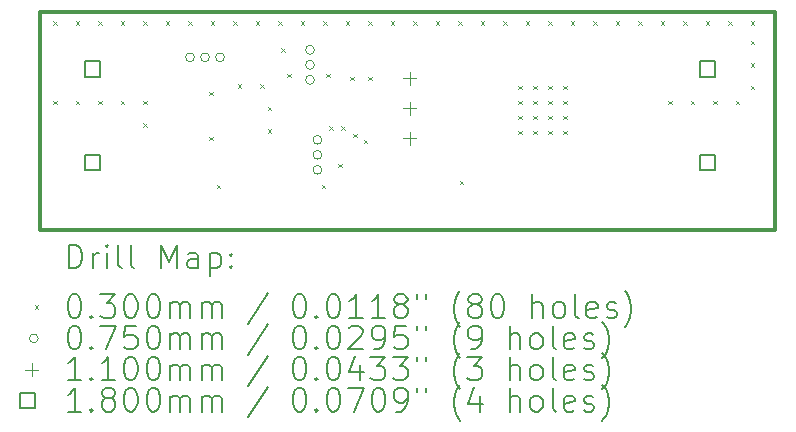
<source format=gbr>
%TF.GenerationSoftware,KiCad,Pcbnew,9.0.6*%
%TF.CreationDate,2025-11-17T11:05:30-05:00*%
%TF.ProjectId,vldo,766c646f-2e6b-4696-9361-645f70636258,0.1*%
%TF.SameCoordinates,Original*%
%TF.FileFunction,Drillmap*%
%TF.FilePolarity,Positive*%
%FSLAX45Y45*%
G04 Gerber Fmt 4.5, Leading zero omitted, Abs format (unit mm)*
G04 Created by KiCad (PCBNEW 9.0.6) date 2025-11-17 11:05:30*
%MOMM*%
%LPD*%
G01*
G04 APERTURE LIST*
%ADD10C,0.304800*%
%ADD11C,0.200000*%
%ADD12C,0.100000*%
%ADD13C,0.110000*%
%ADD14C,0.180000*%
G04 APERTURE END LIST*
D10*
X10731500Y-6858000D02*
X16954500Y-6858000D01*
X16954500Y-8699500D01*
X10731500Y-8699500D01*
X10731500Y-6858000D01*
D11*
D12*
X10843500Y-6931900D02*
X10873500Y-6961900D01*
X10873500Y-6931900D02*
X10843500Y-6961900D01*
X10843500Y-7605000D02*
X10873500Y-7635000D01*
X10873500Y-7605000D02*
X10843500Y-7635000D01*
X11034000Y-6931900D02*
X11064000Y-6961900D01*
X11064000Y-6931900D02*
X11034000Y-6961900D01*
X11034000Y-7605000D02*
X11064000Y-7635000D01*
X11064000Y-7605000D02*
X11034000Y-7635000D01*
X11224500Y-6931900D02*
X11254500Y-6961900D01*
X11254500Y-6931900D02*
X11224500Y-6961900D01*
X11224500Y-7605000D02*
X11254500Y-7635000D01*
X11254500Y-7605000D02*
X11224500Y-7635000D01*
X11415000Y-6931900D02*
X11445000Y-6961900D01*
X11445000Y-6931900D02*
X11415000Y-6961900D01*
X11415000Y-7605000D02*
X11445000Y-7635000D01*
X11445000Y-7605000D02*
X11415000Y-7635000D01*
X11605500Y-6931900D02*
X11635500Y-6961900D01*
X11635500Y-6931900D02*
X11605500Y-6961900D01*
X11605500Y-7605000D02*
X11635500Y-7635000D01*
X11635500Y-7605000D02*
X11605500Y-7635000D01*
X11605500Y-7795500D02*
X11635500Y-7825500D01*
X11635500Y-7795500D02*
X11605500Y-7825500D01*
X11796000Y-6931900D02*
X11826000Y-6961900D01*
X11826000Y-6931900D02*
X11796000Y-6961900D01*
X11986500Y-6931900D02*
X12016500Y-6961900D01*
X12016500Y-6931900D02*
X11986500Y-6961900D01*
X12164300Y-7528800D02*
X12194300Y-7558800D01*
X12194300Y-7528800D02*
X12164300Y-7558800D01*
X12164300Y-7909800D02*
X12194300Y-7939800D01*
X12194300Y-7909800D02*
X12164300Y-7939800D01*
X12177000Y-6931900D02*
X12207000Y-6961900D01*
X12207000Y-6931900D02*
X12177000Y-6961900D01*
X12227800Y-8316200D02*
X12257800Y-8346200D01*
X12257800Y-8316200D02*
X12227800Y-8346200D01*
X12367500Y-6931900D02*
X12397500Y-6961900D01*
X12397500Y-6931900D02*
X12367500Y-6961900D01*
X12405600Y-7465300D02*
X12435600Y-7495300D01*
X12435600Y-7465300D02*
X12405600Y-7495300D01*
X12558000Y-6931900D02*
X12588000Y-6961900D01*
X12588000Y-6931900D02*
X12558000Y-6961900D01*
X12596100Y-7465300D02*
X12626100Y-7495300D01*
X12626100Y-7465300D02*
X12596100Y-7495300D01*
X12659600Y-7655800D02*
X12689600Y-7685800D01*
X12689600Y-7655800D02*
X12659600Y-7685800D01*
X12659600Y-7846300D02*
X12689600Y-7876300D01*
X12689600Y-7846300D02*
X12659600Y-7876300D01*
X12748500Y-6931900D02*
X12778500Y-6961900D01*
X12778500Y-6931900D02*
X12748500Y-6961900D01*
X12773900Y-7160500D02*
X12803900Y-7190500D01*
X12803900Y-7160500D02*
X12773900Y-7190500D01*
X12824700Y-7376400D02*
X12854700Y-7406400D01*
X12854700Y-7376400D02*
X12824700Y-7406400D01*
X12939000Y-6931900D02*
X12969000Y-6961900D01*
X12969000Y-6931900D02*
X12939000Y-6961900D01*
X13116800Y-8316200D02*
X13146800Y-8346200D01*
X13146800Y-8316200D02*
X13116800Y-8346200D01*
X13129500Y-6931900D02*
X13159500Y-6961900D01*
X13159500Y-6931900D02*
X13129500Y-6961900D01*
X13154900Y-7376400D02*
X13184900Y-7406400D01*
X13184900Y-7376400D02*
X13154900Y-7406400D01*
X13180300Y-7820900D02*
X13210300Y-7850900D01*
X13210300Y-7820900D02*
X13180300Y-7850900D01*
X13256500Y-8138400D02*
X13286500Y-8168400D01*
X13286500Y-8138400D02*
X13256500Y-8168400D01*
X13281900Y-7820900D02*
X13311900Y-7850900D01*
X13311900Y-7820900D02*
X13281900Y-7850900D01*
X13320000Y-6931900D02*
X13350000Y-6961900D01*
X13350000Y-6931900D02*
X13320000Y-6961900D01*
X13358100Y-7401800D02*
X13388100Y-7431800D01*
X13388100Y-7401800D02*
X13358100Y-7431800D01*
X13384254Y-7885154D02*
X13414254Y-7915154D01*
X13414254Y-7885154D02*
X13384254Y-7915154D01*
X13472400Y-7935200D02*
X13502400Y-7965200D01*
X13502400Y-7935200D02*
X13472400Y-7965200D01*
X13510500Y-6931900D02*
X13540500Y-6961900D01*
X13540500Y-6931900D02*
X13510500Y-6961900D01*
X13510500Y-7401800D02*
X13540500Y-7431800D01*
X13540500Y-7401800D02*
X13510500Y-7431800D01*
X13701000Y-6931900D02*
X13731000Y-6961900D01*
X13731000Y-6931900D02*
X13701000Y-6961900D01*
X13891500Y-6931900D02*
X13921500Y-6961900D01*
X13921500Y-6931900D02*
X13891500Y-6961900D01*
X14082000Y-6931900D02*
X14112000Y-6961900D01*
X14112000Y-6931900D02*
X14082000Y-6961900D01*
X14272500Y-6931900D02*
X14302500Y-6961900D01*
X14302500Y-6931900D02*
X14272500Y-6961900D01*
X14285200Y-8284700D02*
X14315200Y-8314700D01*
X14315200Y-8284700D02*
X14285200Y-8314700D01*
X14463000Y-6931900D02*
X14493000Y-6961900D01*
X14493000Y-6931900D02*
X14463000Y-6961900D01*
X14653500Y-6931900D02*
X14683500Y-6961900D01*
X14683500Y-6931900D02*
X14653500Y-6961900D01*
X14780500Y-7478000D02*
X14810500Y-7508000D01*
X14810500Y-7478000D02*
X14780500Y-7508000D01*
X14780500Y-7605000D02*
X14810500Y-7635000D01*
X14810500Y-7605000D02*
X14780500Y-7635000D01*
X14780500Y-7732000D02*
X14810500Y-7762000D01*
X14810500Y-7732000D02*
X14780500Y-7762000D01*
X14780500Y-7859000D02*
X14810500Y-7889000D01*
X14810500Y-7859000D02*
X14780500Y-7889000D01*
X14844000Y-6931900D02*
X14874000Y-6961900D01*
X14874000Y-6931900D02*
X14844000Y-6961900D01*
X14907500Y-7478000D02*
X14937500Y-7508000D01*
X14937500Y-7478000D02*
X14907500Y-7508000D01*
X14907500Y-7605000D02*
X14937500Y-7635000D01*
X14937500Y-7605000D02*
X14907500Y-7635000D01*
X14907500Y-7732000D02*
X14937500Y-7762000D01*
X14937500Y-7732000D02*
X14907500Y-7762000D01*
X14907500Y-7859000D02*
X14937500Y-7889000D01*
X14937500Y-7859000D02*
X14907500Y-7889000D01*
X15034500Y-6931900D02*
X15064500Y-6961900D01*
X15064500Y-6931900D02*
X15034500Y-6961900D01*
X15034500Y-7478000D02*
X15064500Y-7508000D01*
X15064500Y-7478000D02*
X15034500Y-7508000D01*
X15034500Y-7605000D02*
X15064500Y-7635000D01*
X15064500Y-7605000D02*
X15034500Y-7635000D01*
X15034500Y-7732000D02*
X15064500Y-7762000D01*
X15064500Y-7732000D02*
X15034500Y-7762000D01*
X15034500Y-7859000D02*
X15064500Y-7889000D01*
X15064500Y-7859000D02*
X15034500Y-7889000D01*
X15161500Y-7478000D02*
X15191500Y-7508000D01*
X15191500Y-7478000D02*
X15161500Y-7508000D01*
X15161500Y-7605000D02*
X15191500Y-7635000D01*
X15191500Y-7605000D02*
X15161500Y-7635000D01*
X15161500Y-7732000D02*
X15191500Y-7762000D01*
X15191500Y-7732000D02*
X15161500Y-7762000D01*
X15161500Y-7859000D02*
X15191500Y-7889000D01*
X15191500Y-7859000D02*
X15161500Y-7889000D01*
X15225000Y-6931900D02*
X15255000Y-6961900D01*
X15255000Y-6931900D02*
X15225000Y-6961900D01*
X15415500Y-6931900D02*
X15445500Y-6961900D01*
X15445500Y-6931900D02*
X15415500Y-6961900D01*
X15606000Y-6931900D02*
X15636000Y-6961900D01*
X15636000Y-6931900D02*
X15606000Y-6961900D01*
X15796500Y-6931900D02*
X15826500Y-6961900D01*
X15826500Y-6931900D02*
X15796500Y-6961900D01*
X15987000Y-6931900D02*
X16017000Y-6961900D01*
X16017000Y-6931900D02*
X15987000Y-6961900D01*
X16050500Y-7605000D02*
X16080500Y-7635000D01*
X16080500Y-7605000D02*
X16050500Y-7635000D01*
X16177500Y-6931900D02*
X16207500Y-6961900D01*
X16207500Y-6931900D02*
X16177500Y-6961900D01*
X16241000Y-7605000D02*
X16271000Y-7635000D01*
X16271000Y-7605000D02*
X16241000Y-7635000D01*
X16368000Y-6931900D02*
X16398000Y-6961900D01*
X16398000Y-6931900D02*
X16368000Y-6961900D01*
X16431500Y-7605000D02*
X16461500Y-7635000D01*
X16461500Y-7605000D02*
X16431500Y-7635000D01*
X16558500Y-6931900D02*
X16588500Y-6961900D01*
X16588500Y-6931900D02*
X16558500Y-6961900D01*
X16622000Y-7605000D02*
X16652000Y-7635000D01*
X16652000Y-7605000D02*
X16622000Y-7635000D01*
X16749000Y-6931900D02*
X16779000Y-6961900D01*
X16779000Y-6931900D02*
X16749000Y-6961900D01*
X16749000Y-7097000D02*
X16779000Y-7127000D01*
X16779000Y-7097000D02*
X16749000Y-7127000D01*
X16749000Y-7287500D02*
X16779000Y-7317500D01*
X16779000Y-7287500D02*
X16749000Y-7317500D01*
X16749000Y-7478000D02*
X16779000Y-7508000D01*
X16779000Y-7478000D02*
X16749000Y-7508000D01*
X12039000Y-7239000D02*
G75*
G02*
X11964000Y-7239000I-37500J0D01*
G01*
X11964000Y-7239000D02*
G75*
G02*
X12039000Y-7239000I37500J0D01*
G01*
X12166000Y-7239000D02*
G75*
G02*
X12091000Y-7239000I-37500J0D01*
G01*
X12091000Y-7239000D02*
G75*
G02*
X12166000Y-7239000I37500J0D01*
G01*
X12293000Y-7239000D02*
G75*
G02*
X12218000Y-7239000I-37500J0D01*
G01*
X12218000Y-7239000D02*
G75*
G02*
X12293000Y-7239000I37500J0D01*
G01*
X13055000Y-7175500D02*
G75*
G02*
X12980000Y-7175500I-37500J0D01*
G01*
X12980000Y-7175500D02*
G75*
G02*
X13055000Y-7175500I37500J0D01*
G01*
X13055000Y-7302500D02*
G75*
G02*
X12980000Y-7302500I-37500J0D01*
G01*
X12980000Y-7302500D02*
G75*
G02*
X13055000Y-7302500I37500J0D01*
G01*
X13055000Y-7429500D02*
G75*
G02*
X12980000Y-7429500I-37500J0D01*
G01*
X12980000Y-7429500D02*
G75*
G02*
X13055000Y-7429500I37500J0D01*
G01*
X13118500Y-7937500D02*
G75*
G02*
X13043500Y-7937500I-37500J0D01*
G01*
X13043500Y-7937500D02*
G75*
G02*
X13118500Y-7937500I37500J0D01*
G01*
X13118500Y-8064500D02*
G75*
G02*
X13043500Y-8064500I-37500J0D01*
G01*
X13043500Y-8064500D02*
G75*
G02*
X13118500Y-8064500I37500J0D01*
G01*
X13118500Y-8191500D02*
G75*
G02*
X13043500Y-8191500I-37500J0D01*
G01*
X13043500Y-8191500D02*
G75*
G02*
X13118500Y-8191500I37500J0D01*
G01*
D13*
X13863475Y-7361800D02*
X13863475Y-7471800D01*
X13808475Y-7416800D02*
X13918475Y-7416800D01*
X13863475Y-7615800D02*
X13863475Y-7725800D01*
X13808475Y-7670800D02*
X13918475Y-7670800D01*
X13863475Y-7869800D02*
X13863475Y-7979800D01*
X13808475Y-7924800D02*
X13918475Y-7924800D01*
D14*
X11239640Y-7401640D02*
X11239640Y-7274360D01*
X11112360Y-7274360D01*
X11112360Y-7401640D01*
X11239640Y-7401640D01*
X11239640Y-8191640D02*
X11239640Y-8064360D01*
X11112360Y-8064360D01*
X11112360Y-8191640D01*
X11239640Y-8191640D01*
X16446640Y-7401640D02*
X16446640Y-7274360D01*
X16319360Y-7274360D01*
X16319360Y-7401640D01*
X16446640Y-7401640D01*
X16446640Y-8191640D02*
X16446640Y-8064360D01*
X16319360Y-8064360D01*
X16319360Y-8191640D01*
X16446640Y-8191640D01*
D11*
X10977037Y-9026224D02*
X10977037Y-8826224D01*
X10977037Y-8826224D02*
X11024656Y-8826224D01*
X11024656Y-8826224D02*
X11053227Y-8835748D01*
X11053227Y-8835748D02*
X11072275Y-8854795D01*
X11072275Y-8854795D02*
X11081799Y-8873843D01*
X11081799Y-8873843D02*
X11091323Y-8911938D01*
X11091323Y-8911938D02*
X11091323Y-8940510D01*
X11091323Y-8940510D02*
X11081799Y-8978605D01*
X11081799Y-8978605D02*
X11072275Y-8997652D01*
X11072275Y-8997652D02*
X11053227Y-9016700D01*
X11053227Y-9016700D02*
X11024656Y-9026224D01*
X11024656Y-9026224D02*
X10977037Y-9026224D01*
X11177037Y-9026224D02*
X11177037Y-8892890D01*
X11177037Y-8930986D02*
X11186561Y-8911938D01*
X11186561Y-8911938D02*
X11196084Y-8902414D01*
X11196084Y-8902414D02*
X11215132Y-8892890D01*
X11215132Y-8892890D02*
X11234180Y-8892890D01*
X11300846Y-9026224D02*
X11300846Y-8892890D01*
X11300846Y-8826224D02*
X11291322Y-8835748D01*
X11291322Y-8835748D02*
X11300846Y-8845271D01*
X11300846Y-8845271D02*
X11310370Y-8835748D01*
X11310370Y-8835748D02*
X11300846Y-8826224D01*
X11300846Y-8826224D02*
X11300846Y-8845271D01*
X11424656Y-9026224D02*
X11405608Y-9016700D01*
X11405608Y-9016700D02*
X11396084Y-8997652D01*
X11396084Y-8997652D02*
X11396084Y-8826224D01*
X11529418Y-9026224D02*
X11510370Y-9016700D01*
X11510370Y-9016700D02*
X11500846Y-8997652D01*
X11500846Y-8997652D02*
X11500846Y-8826224D01*
X11757989Y-9026224D02*
X11757989Y-8826224D01*
X11757989Y-8826224D02*
X11824656Y-8969081D01*
X11824656Y-8969081D02*
X11891322Y-8826224D01*
X11891322Y-8826224D02*
X11891322Y-9026224D01*
X12072275Y-9026224D02*
X12072275Y-8921462D01*
X12072275Y-8921462D02*
X12062751Y-8902414D01*
X12062751Y-8902414D02*
X12043703Y-8892890D01*
X12043703Y-8892890D02*
X12005608Y-8892890D01*
X12005608Y-8892890D02*
X11986561Y-8902414D01*
X12072275Y-9016700D02*
X12053227Y-9026224D01*
X12053227Y-9026224D02*
X12005608Y-9026224D01*
X12005608Y-9026224D02*
X11986561Y-9016700D01*
X11986561Y-9016700D02*
X11977037Y-8997652D01*
X11977037Y-8997652D02*
X11977037Y-8978605D01*
X11977037Y-8978605D02*
X11986561Y-8959557D01*
X11986561Y-8959557D02*
X12005608Y-8950033D01*
X12005608Y-8950033D02*
X12053227Y-8950033D01*
X12053227Y-8950033D02*
X12072275Y-8940510D01*
X12167513Y-8892890D02*
X12167513Y-9092890D01*
X12167513Y-8902414D02*
X12186561Y-8892890D01*
X12186561Y-8892890D02*
X12224656Y-8892890D01*
X12224656Y-8892890D02*
X12243703Y-8902414D01*
X12243703Y-8902414D02*
X12253227Y-8911938D01*
X12253227Y-8911938D02*
X12262751Y-8930986D01*
X12262751Y-8930986D02*
X12262751Y-8988129D01*
X12262751Y-8988129D02*
X12253227Y-9007176D01*
X12253227Y-9007176D02*
X12243703Y-9016700D01*
X12243703Y-9016700D02*
X12224656Y-9026224D01*
X12224656Y-9026224D02*
X12186561Y-9026224D01*
X12186561Y-9026224D02*
X12167513Y-9016700D01*
X12348465Y-9007176D02*
X12357989Y-9016700D01*
X12357989Y-9016700D02*
X12348465Y-9026224D01*
X12348465Y-9026224D02*
X12338942Y-9016700D01*
X12338942Y-9016700D02*
X12348465Y-9007176D01*
X12348465Y-9007176D02*
X12348465Y-9026224D01*
X12348465Y-8902414D02*
X12357989Y-8911938D01*
X12357989Y-8911938D02*
X12348465Y-8921462D01*
X12348465Y-8921462D02*
X12338942Y-8911938D01*
X12338942Y-8911938D02*
X12348465Y-8902414D01*
X12348465Y-8902414D02*
X12348465Y-8921462D01*
D12*
X10686260Y-9339740D02*
X10716260Y-9369740D01*
X10716260Y-9339740D02*
X10686260Y-9369740D01*
D11*
X11015132Y-9246224D02*
X11034180Y-9246224D01*
X11034180Y-9246224D02*
X11053227Y-9255748D01*
X11053227Y-9255748D02*
X11062751Y-9265271D01*
X11062751Y-9265271D02*
X11072275Y-9284319D01*
X11072275Y-9284319D02*
X11081799Y-9322414D01*
X11081799Y-9322414D02*
X11081799Y-9370033D01*
X11081799Y-9370033D02*
X11072275Y-9408129D01*
X11072275Y-9408129D02*
X11062751Y-9427176D01*
X11062751Y-9427176D02*
X11053227Y-9436700D01*
X11053227Y-9436700D02*
X11034180Y-9446224D01*
X11034180Y-9446224D02*
X11015132Y-9446224D01*
X11015132Y-9446224D02*
X10996084Y-9436700D01*
X10996084Y-9436700D02*
X10986561Y-9427176D01*
X10986561Y-9427176D02*
X10977037Y-9408129D01*
X10977037Y-9408129D02*
X10967513Y-9370033D01*
X10967513Y-9370033D02*
X10967513Y-9322414D01*
X10967513Y-9322414D02*
X10977037Y-9284319D01*
X10977037Y-9284319D02*
X10986561Y-9265271D01*
X10986561Y-9265271D02*
X10996084Y-9255748D01*
X10996084Y-9255748D02*
X11015132Y-9246224D01*
X11167513Y-9427176D02*
X11177037Y-9436700D01*
X11177037Y-9436700D02*
X11167513Y-9446224D01*
X11167513Y-9446224D02*
X11157989Y-9436700D01*
X11157989Y-9436700D02*
X11167513Y-9427176D01*
X11167513Y-9427176D02*
X11167513Y-9446224D01*
X11243703Y-9246224D02*
X11367513Y-9246224D01*
X11367513Y-9246224D02*
X11300846Y-9322414D01*
X11300846Y-9322414D02*
X11329418Y-9322414D01*
X11329418Y-9322414D02*
X11348465Y-9331938D01*
X11348465Y-9331938D02*
X11357989Y-9341462D01*
X11357989Y-9341462D02*
X11367513Y-9360510D01*
X11367513Y-9360510D02*
X11367513Y-9408129D01*
X11367513Y-9408129D02*
X11357989Y-9427176D01*
X11357989Y-9427176D02*
X11348465Y-9436700D01*
X11348465Y-9436700D02*
X11329418Y-9446224D01*
X11329418Y-9446224D02*
X11272275Y-9446224D01*
X11272275Y-9446224D02*
X11253227Y-9436700D01*
X11253227Y-9436700D02*
X11243703Y-9427176D01*
X11491322Y-9246224D02*
X11510370Y-9246224D01*
X11510370Y-9246224D02*
X11529418Y-9255748D01*
X11529418Y-9255748D02*
X11538942Y-9265271D01*
X11538942Y-9265271D02*
X11548465Y-9284319D01*
X11548465Y-9284319D02*
X11557989Y-9322414D01*
X11557989Y-9322414D02*
X11557989Y-9370033D01*
X11557989Y-9370033D02*
X11548465Y-9408129D01*
X11548465Y-9408129D02*
X11538942Y-9427176D01*
X11538942Y-9427176D02*
X11529418Y-9436700D01*
X11529418Y-9436700D02*
X11510370Y-9446224D01*
X11510370Y-9446224D02*
X11491322Y-9446224D01*
X11491322Y-9446224D02*
X11472275Y-9436700D01*
X11472275Y-9436700D02*
X11462751Y-9427176D01*
X11462751Y-9427176D02*
X11453227Y-9408129D01*
X11453227Y-9408129D02*
X11443703Y-9370033D01*
X11443703Y-9370033D02*
X11443703Y-9322414D01*
X11443703Y-9322414D02*
X11453227Y-9284319D01*
X11453227Y-9284319D02*
X11462751Y-9265271D01*
X11462751Y-9265271D02*
X11472275Y-9255748D01*
X11472275Y-9255748D02*
X11491322Y-9246224D01*
X11681799Y-9246224D02*
X11700846Y-9246224D01*
X11700846Y-9246224D02*
X11719894Y-9255748D01*
X11719894Y-9255748D02*
X11729418Y-9265271D01*
X11729418Y-9265271D02*
X11738942Y-9284319D01*
X11738942Y-9284319D02*
X11748465Y-9322414D01*
X11748465Y-9322414D02*
X11748465Y-9370033D01*
X11748465Y-9370033D02*
X11738942Y-9408129D01*
X11738942Y-9408129D02*
X11729418Y-9427176D01*
X11729418Y-9427176D02*
X11719894Y-9436700D01*
X11719894Y-9436700D02*
X11700846Y-9446224D01*
X11700846Y-9446224D02*
X11681799Y-9446224D01*
X11681799Y-9446224D02*
X11662751Y-9436700D01*
X11662751Y-9436700D02*
X11653227Y-9427176D01*
X11653227Y-9427176D02*
X11643703Y-9408129D01*
X11643703Y-9408129D02*
X11634180Y-9370033D01*
X11634180Y-9370033D02*
X11634180Y-9322414D01*
X11634180Y-9322414D02*
X11643703Y-9284319D01*
X11643703Y-9284319D02*
X11653227Y-9265271D01*
X11653227Y-9265271D02*
X11662751Y-9255748D01*
X11662751Y-9255748D02*
X11681799Y-9246224D01*
X11834180Y-9446224D02*
X11834180Y-9312890D01*
X11834180Y-9331938D02*
X11843703Y-9322414D01*
X11843703Y-9322414D02*
X11862751Y-9312890D01*
X11862751Y-9312890D02*
X11891323Y-9312890D01*
X11891323Y-9312890D02*
X11910370Y-9322414D01*
X11910370Y-9322414D02*
X11919894Y-9341462D01*
X11919894Y-9341462D02*
X11919894Y-9446224D01*
X11919894Y-9341462D02*
X11929418Y-9322414D01*
X11929418Y-9322414D02*
X11948465Y-9312890D01*
X11948465Y-9312890D02*
X11977037Y-9312890D01*
X11977037Y-9312890D02*
X11996084Y-9322414D01*
X11996084Y-9322414D02*
X12005608Y-9341462D01*
X12005608Y-9341462D02*
X12005608Y-9446224D01*
X12100846Y-9446224D02*
X12100846Y-9312890D01*
X12100846Y-9331938D02*
X12110370Y-9322414D01*
X12110370Y-9322414D02*
X12129418Y-9312890D01*
X12129418Y-9312890D02*
X12157989Y-9312890D01*
X12157989Y-9312890D02*
X12177037Y-9322414D01*
X12177037Y-9322414D02*
X12186561Y-9341462D01*
X12186561Y-9341462D02*
X12186561Y-9446224D01*
X12186561Y-9341462D02*
X12196084Y-9322414D01*
X12196084Y-9322414D02*
X12215132Y-9312890D01*
X12215132Y-9312890D02*
X12243703Y-9312890D01*
X12243703Y-9312890D02*
X12262751Y-9322414D01*
X12262751Y-9322414D02*
X12272275Y-9341462D01*
X12272275Y-9341462D02*
X12272275Y-9446224D01*
X12662751Y-9236700D02*
X12491323Y-9493843D01*
X12919894Y-9246224D02*
X12938942Y-9246224D01*
X12938942Y-9246224D02*
X12957989Y-9255748D01*
X12957989Y-9255748D02*
X12967513Y-9265271D01*
X12967513Y-9265271D02*
X12977037Y-9284319D01*
X12977037Y-9284319D02*
X12986561Y-9322414D01*
X12986561Y-9322414D02*
X12986561Y-9370033D01*
X12986561Y-9370033D02*
X12977037Y-9408129D01*
X12977037Y-9408129D02*
X12967513Y-9427176D01*
X12967513Y-9427176D02*
X12957989Y-9436700D01*
X12957989Y-9436700D02*
X12938942Y-9446224D01*
X12938942Y-9446224D02*
X12919894Y-9446224D01*
X12919894Y-9446224D02*
X12900846Y-9436700D01*
X12900846Y-9436700D02*
X12891323Y-9427176D01*
X12891323Y-9427176D02*
X12881799Y-9408129D01*
X12881799Y-9408129D02*
X12872275Y-9370033D01*
X12872275Y-9370033D02*
X12872275Y-9322414D01*
X12872275Y-9322414D02*
X12881799Y-9284319D01*
X12881799Y-9284319D02*
X12891323Y-9265271D01*
X12891323Y-9265271D02*
X12900846Y-9255748D01*
X12900846Y-9255748D02*
X12919894Y-9246224D01*
X13072275Y-9427176D02*
X13081799Y-9436700D01*
X13081799Y-9436700D02*
X13072275Y-9446224D01*
X13072275Y-9446224D02*
X13062751Y-9436700D01*
X13062751Y-9436700D02*
X13072275Y-9427176D01*
X13072275Y-9427176D02*
X13072275Y-9446224D01*
X13205608Y-9246224D02*
X13224656Y-9246224D01*
X13224656Y-9246224D02*
X13243704Y-9255748D01*
X13243704Y-9255748D02*
X13253227Y-9265271D01*
X13253227Y-9265271D02*
X13262751Y-9284319D01*
X13262751Y-9284319D02*
X13272275Y-9322414D01*
X13272275Y-9322414D02*
X13272275Y-9370033D01*
X13272275Y-9370033D02*
X13262751Y-9408129D01*
X13262751Y-9408129D02*
X13253227Y-9427176D01*
X13253227Y-9427176D02*
X13243704Y-9436700D01*
X13243704Y-9436700D02*
X13224656Y-9446224D01*
X13224656Y-9446224D02*
X13205608Y-9446224D01*
X13205608Y-9446224D02*
X13186561Y-9436700D01*
X13186561Y-9436700D02*
X13177037Y-9427176D01*
X13177037Y-9427176D02*
X13167513Y-9408129D01*
X13167513Y-9408129D02*
X13157989Y-9370033D01*
X13157989Y-9370033D02*
X13157989Y-9322414D01*
X13157989Y-9322414D02*
X13167513Y-9284319D01*
X13167513Y-9284319D02*
X13177037Y-9265271D01*
X13177037Y-9265271D02*
X13186561Y-9255748D01*
X13186561Y-9255748D02*
X13205608Y-9246224D01*
X13462751Y-9446224D02*
X13348466Y-9446224D01*
X13405608Y-9446224D02*
X13405608Y-9246224D01*
X13405608Y-9246224D02*
X13386561Y-9274795D01*
X13386561Y-9274795D02*
X13367513Y-9293843D01*
X13367513Y-9293843D02*
X13348466Y-9303367D01*
X13653227Y-9446224D02*
X13538942Y-9446224D01*
X13596085Y-9446224D02*
X13596085Y-9246224D01*
X13596085Y-9246224D02*
X13577037Y-9274795D01*
X13577037Y-9274795D02*
X13557989Y-9293843D01*
X13557989Y-9293843D02*
X13538942Y-9303367D01*
X13767513Y-9331938D02*
X13748466Y-9322414D01*
X13748466Y-9322414D02*
X13738942Y-9312890D01*
X13738942Y-9312890D02*
X13729418Y-9293843D01*
X13729418Y-9293843D02*
X13729418Y-9284319D01*
X13729418Y-9284319D02*
X13738942Y-9265271D01*
X13738942Y-9265271D02*
X13748466Y-9255748D01*
X13748466Y-9255748D02*
X13767513Y-9246224D01*
X13767513Y-9246224D02*
X13805608Y-9246224D01*
X13805608Y-9246224D02*
X13824656Y-9255748D01*
X13824656Y-9255748D02*
X13834180Y-9265271D01*
X13834180Y-9265271D02*
X13843704Y-9284319D01*
X13843704Y-9284319D02*
X13843704Y-9293843D01*
X13843704Y-9293843D02*
X13834180Y-9312890D01*
X13834180Y-9312890D02*
X13824656Y-9322414D01*
X13824656Y-9322414D02*
X13805608Y-9331938D01*
X13805608Y-9331938D02*
X13767513Y-9331938D01*
X13767513Y-9331938D02*
X13748466Y-9341462D01*
X13748466Y-9341462D02*
X13738942Y-9350986D01*
X13738942Y-9350986D02*
X13729418Y-9370033D01*
X13729418Y-9370033D02*
X13729418Y-9408129D01*
X13729418Y-9408129D02*
X13738942Y-9427176D01*
X13738942Y-9427176D02*
X13748466Y-9436700D01*
X13748466Y-9436700D02*
X13767513Y-9446224D01*
X13767513Y-9446224D02*
X13805608Y-9446224D01*
X13805608Y-9446224D02*
X13824656Y-9436700D01*
X13824656Y-9436700D02*
X13834180Y-9427176D01*
X13834180Y-9427176D02*
X13843704Y-9408129D01*
X13843704Y-9408129D02*
X13843704Y-9370033D01*
X13843704Y-9370033D02*
X13834180Y-9350986D01*
X13834180Y-9350986D02*
X13824656Y-9341462D01*
X13824656Y-9341462D02*
X13805608Y-9331938D01*
X13919894Y-9246224D02*
X13919894Y-9284319D01*
X13996085Y-9246224D02*
X13996085Y-9284319D01*
X14291323Y-9522414D02*
X14281799Y-9512890D01*
X14281799Y-9512890D02*
X14262751Y-9484319D01*
X14262751Y-9484319D02*
X14253228Y-9465271D01*
X14253228Y-9465271D02*
X14243704Y-9436700D01*
X14243704Y-9436700D02*
X14234180Y-9389081D01*
X14234180Y-9389081D02*
X14234180Y-9350986D01*
X14234180Y-9350986D02*
X14243704Y-9303367D01*
X14243704Y-9303367D02*
X14253228Y-9274795D01*
X14253228Y-9274795D02*
X14262751Y-9255748D01*
X14262751Y-9255748D02*
X14281799Y-9227176D01*
X14281799Y-9227176D02*
X14291323Y-9217652D01*
X14396085Y-9331938D02*
X14377037Y-9322414D01*
X14377037Y-9322414D02*
X14367513Y-9312890D01*
X14367513Y-9312890D02*
X14357989Y-9293843D01*
X14357989Y-9293843D02*
X14357989Y-9284319D01*
X14357989Y-9284319D02*
X14367513Y-9265271D01*
X14367513Y-9265271D02*
X14377037Y-9255748D01*
X14377037Y-9255748D02*
X14396085Y-9246224D01*
X14396085Y-9246224D02*
X14434180Y-9246224D01*
X14434180Y-9246224D02*
X14453228Y-9255748D01*
X14453228Y-9255748D02*
X14462751Y-9265271D01*
X14462751Y-9265271D02*
X14472275Y-9284319D01*
X14472275Y-9284319D02*
X14472275Y-9293843D01*
X14472275Y-9293843D02*
X14462751Y-9312890D01*
X14462751Y-9312890D02*
X14453228Y-9322414D01*
X14453228Y-9322414D02*
X14434180Y-9331938D01*
X14434180Y-9331938D02*
X14396085Y-9331938D01*
X14396085Y-9331938D02*
X14377037Y-9341462D01*
X14377037Y-9341462D02*
X14367513Y-9350986D01*
X14367513Y-9350986D02*
X14357989Y-9370033D01*
X14357989Y-9370033D02*
X14357989Y-9408129D01*
X14357989Y-9408129D02*
X14367513Y-9427176D01*
X14367513Y-9427176D02*
X14377037Y-9436700D01*
X14377037Y-9436700D02*
X14396085Y-9446224D01*
X14396085Y-9446224D02*
X14434180Y-9446224D01*
X14434180Y-9446224D02*
X14453228Y-9436700D01*
X14453228Y-9436700D02*
X14462751Y-9427176D01*
X14462751Y-9427176D02*
X14472275Y-9408129D01*
X14472275Y-9408129D02*
X14472275Y-9370033D01*
X14472275Y-9370033D02*
X14462751Y-9350986D01*
X14462751Y-9350986D02*
X14453228Y-9341462D01*
X14453228Y-9341462D02*
X14434180Y-9331938D01*
X14596085Y-9246224D02*
X14615132Y-9246224D01*
X14615132Y-9246224D02*
X14634180Y-9255748D01*
X14634180Y-9255748D02*
X14643704Y-9265271D01*
X14643704Y-9265271D02*
X14653228Y-9284319D01*
X14653228Y-9284319D02*
X14662751Y-9322414D01*
X14662751Y-9322414D02*
X14662751Y-9370033D01*
X14662751Y-9370033D02*
X14653228Y-9408129D01*
X14653228Y-9408129D02*
X14643704Y-9427176D01*
X14643704Y-9427176D02*
X14634180Y-9436700D01*
X14634180Y-9436700D02*
X14615132Y-9446224D01*
X14615132Y-9446224D02*
X14596085Y-9446224D01*
X14596085Y-9446224D02*
X14577037Y-9436700D01*
X14577037Y-9436700D02*
X14567513Y-9427176D01*
X14567513Y-9427176D02*
X14557989Y-9408129D01*
X14557989Y-9408129D02*
X14548466Y-9370033D01*
X14548466Y-9370033D02*
X14548466Y-9322414D01*
X14548466Y-9322414D02*
X14557989Y-9284319D01*
X14557989Y-9284319D02*
X14567513Y-9265271D01*
X14567513Y-9265271D02*
X14577037Y-9255748D01*
X14577037Y-9255748D02*
X14596085Y-9246224D01*
X14900847Y-9446224D02*
X14900847Y-9246224D01*
X14986561Y-9446224D02*
X14986561Y-9341462D01*
X14986561Y-9341462D02*
X14977037Y-9322414D01*
X14977037Y-9322414D02*
X14957990Y-9312890D01*
X14957990Y-9312890D02*
X14929418Y-9312890D01*
X14929418Y-9312890D02*
X14910370Y-9322414D01*
X14910370Y-9322414D02*
X14900847Y-9331938D01*
X15110370Y-9446224D02*
X15091323Y-9436700D01*
X15091323Y-9436700D02*
X15081799Y-9427176D01*
X15081799Y-9427176D02*
X15072275Y-9408129D01*
X15072275Y-9408129D02*
X15072275Y-9350986D01*
X15072275Y-9350986D02*
X15081799Y-9331938D01*
X15081799Y-9331938D02*
X15091323Y-9322414D01*
X15091323Y-9322414D02*
X15110370Y-9312890D01*
X15110370Y-9312890D02*
X15138942Y-9312890D01*
X15138942Y-9312890D02*
X15157990Y-9322414D01*
X15157990Y-9322414D02*
X15167513Y-9331938D01*
X15167513Y-9331938D02*
X15177037Y-9350986D01*
X15177037Y-9350986D02*
X15177037Y-9408129D01*
X15177037Y-9408129D02*
X15167513Y-9427176D01*
X15167513Y-9427176D02*
X15157990Y-9436700D01*
X15157990Y-9436700D02*
X15138942Y-9446224D01*
X15138942Y-9446224D02*
X15110370Y-9446224D01*
X15291323Y-9446224D02*
X15272275Y-9436700D01*
X15272275Y-9436700D02*
X15262751Y-9417652D01*
X15262751Y-9417652D02*
X15262751Y-9246224D01*
X15443704Y-9436700D02*
X15424656Y-9446224D01*
X15424656Y-9446224D02*
X15386561Y-9446224D01*
X15386561Y-9446224D02*
X15367513Y-9436700D01*
X15367513Y-9436700D02*
X15357990Y-9417652D01*
X15357990Y-9417652D02*
X15357990Y-9341462D01*
X15357990Y-9341462D02*
X15367513Y-9322414D01*
X15367513Y-9322414D02*
X15386561Y-9312890D01*
X15386561Y-9312890D02*
X15424656Y-9312890D01*
X15424656Y-9312890D02*
X15443704Y-9322414D01*
X15443704Y-9322414D02*
X15453228Y-9341462D01*
X15453228Y-9341462D02*
X15453228Y-9360510D01*
X15453228Y-9360510D02*
X15357990Y-9379557D01*
X15529418Y-9436700D02*
X15548466Y-9446224D01*
X15548466Y-9446224D02*
X15586561Y-9446224D01*
X15586561Y-9446224D02*
X15605609Y-9436700D01*
X15605609Y-9436700D02*
X15615132Y-9417652D01*
X15615132Y-9417652D02*
X15615132Y-9408129D01*
X15615132Y-9408129D02*
X15605609Y-9389081D01*
X15605609Y-9389081D02*
X15586561Y-9379557D01*
X15586561Y-9379557D02*
X15557990Y-9379557D01*
X15557990Y-9379557D02*
X15538942Y-9370033D01*
X15538942Y-9370033D02*
X15529418Y-9350986D01*
X15529418Y-9350986D02*
X15529418Y-9341462D01*
X15529418Y-9341462D02*
X15538942Y-9322414D01*
X15538942Y-9322414D02*
X15557990Y-9312890D01*
X15557990Y-9312890D02*
X15586561Y-9312890D01*
X15586561Y-9312890D02*
X15605609Y-9322414D01*
X15681799Y-9522414D02*
X15691323Y-9512890D01*
X15691323Y-9512890D02*
X15710371Y-9484319D01*
X15710371Y-9484319D02*
X15719894Y-9465271D01*
X15719894Y-9465271D02*
X15729418Y-9436700D01*
X15729418Y-9436700D02*
X15738942Y-9389081D01*
X15738942Y-9389081D02*
X15738942Y-9350986D01*
X15738942Y-9350986D02*
X15729418Y-9303367D01*
X15729418Y-9303367D02*
X15719894Y-9274795D01*
X15719894Y-9274795D02*
X15710371Y-9255748D01*
X15710371Y-9255748D02*
X15691323Y-9227176D01*
X15691323Y-9227176D02*
X15681799Y-9217652D01*
D12*
X10716260Y-9618740D02*
G75*
G02*
X10641260Y-9618740I-37500J0D01*
G01*
X10641260Y-9618740D02*
G75*
G02*
X10716260Y-9618740I37500J0D01*
G01*
D11*
X11015132Y-9510224D02*
X11034180Y-9510224D01*
X11034180Y-9510224D02*
X11053227Y-9519748D01*
X11053227Y-9519748D02*
X11062751Y-9529271D01*
X11062751Y-9529271D02*
X11072275Y-9548319D01*
X11072275Y-9548319D02*
X11081799Y-9586414D01*
X11081799Y-9586414D02*
X11081799Y-9634033D01*
X11081799Y-9634033D02*
X11072275Y-9672129D01*
X11072275Y-9672129D02*
X11062751Y-9691176D01*
X11062751Y-9691176D02*
X11053227Y-9700700D01*
X11053227Y-9700700D02*
X11034180Y-9710224D01*
X11034180Y-9710224D02*
X11015132Y-9710224D01*
X11015132Y-9710224D02*
X10996084Y-9700700D01*
X10996084Y-9700700D02*
X10986561Y-9691176D01*
X10986561Y-9691176D02*
X10977037Y-9672129D01*
X10977037Y-9672129D02*
X10967513Y-9634033D01*
X10967513Y-9634033D02*
X10967513Y-9586414D01*
X10967513Y-9586414D02*
X10977037Y-9548319D01*
X10977037Y-9548319D02*
X10986561Y-9529271D01*
X10986561Y-9529271D02*
X10996084Y-9519748D01*
X10996084Y-9519748D02*
X11015132Y-9510224D01*
X11167513Y-9691176D02*
X11177037Y-9700700D01*
X11177037Y-9700700D02*
X11167513Y-9710224D01*
X11167513Y-9710224D02*
X11157989Y-9700700D01*
X11157989Y-9700700D02*
X11167513Y-9691176D01*
X11167513Y-9691176D02*
X11167513Y-9710224D01*
X11243703Y-9510224D02*
X11377037Y-9510224D01*
X11377037Y-9510224D02*
X11291322Y-9710224D01*
X11548465Y-9510224D02*
X11453227Y-9510224D01*
X11453227Y-9510224D02*
X11443703Y-9605462D01*
X11443703Y-9605462D02*
X11453227Y-9595938D01*
X11453227Y-9595938D02*
X11472275Y-9586414D01*
X11472275Y-9586414D02*
X11519894Y-9586414D01*
X11519894Y-9586414D02*
X11538942Y-9595938D01*
X11538942Y-9595938D02*
X11548465Y-9605462D01*
X11548465Y-9605462D02*
X11557989Y-9624510D01*
X11557989Y-9624510D02*
X11557989Y-9672129D01*
X11557989Y-9672129D02*
X11548465Y-9691176D01*
X11548465Y-9691176D02*
X11538942Y-9700700D01*
X11538942Y-9700700D02*
X11519894Y-9710224D01*
X11519894Y-9710224D02*
X11472275Y-9710224D01*
X11472275Y-9710224D02*
X11453227Y-9700700D01*
X11453227Y-9700700D02*
X11443703Y-9691176D01*
X11681799Y-9510224D02*
X11700846Y-9510224D01*
X11700846Y-9510224D02*
X11719894Y-9519748D01*
X11719894Y-9519748D02*
X11729418Y-9529271D01*
X11729418Y-9529271D02*
X11738942Y-9548319D01*
X11738942Y-9548319D02*
X11748465Y-9586414D01*
X11748465Y-9586414D02*
X11748465Y-9634033D01*
X11748465Y-9634033D02*
X11738942Y-9672129D01*
X11738942Y-9672129D02*
X11729418Y-9691176D01*
X11729418Y-9691176D02*
X11719894Y-9700700D01*
X11719894Y-9700700D02*
X11700846Y-9710224D01*
X11700846Y-9710224D02*
X11681799Y-9710224D01*
X11681799Y-9710224D02*
X11662751Y-9700700D01*
X11662751Y-9700700D02*
X11653227Y-9691176D01*
X11653227Y-9691176D02*
X11643703Y-9672129D01*
X11643703Y-9672129D02*
X11634180Y-9634033D01*
X11634180Y-9634033D02*
X11634180Y-9586414D01*
X11634180Y-9586414D02*
X11643703Y-9548319D01*
X11643703Y-9548319D02*
X11653227Y-9529271D01*
X11653227Y-9529271D02*
X11662751Y-9519748D01*
X11662751Y-9519748D02*
X11681799Y-9510224D01*
X11834180Y-9710224D02*
X11834180Y-9576890D01*
X11834180Y-9595938D02*
X11843703Y-9586414D01*
X11843703Y-9586414D02*
X11862751Y-9576890D01*
X11862751Y-9576890D02*
X11891323Y-9576890D01*
X11891323Y-9576890D02*
X11910370Y-9586414D01*
X11910370Y-9586414D02*
X11919894Y-9605462D01*
X11919894Y-9605462D02*
X11919894Y-9710224D01*
X11919894Y-9605462D02*
X11929418Y-9586414D01*
X11929418Y-9586414D02*
X11948465Y-9576890D01*
X11948465Y-9576890D02*
X11977037Y-9576890D01*
X11977037Y-9576890D02*
X11996084Y-9586414D01*
X11996084Y-9586414D02*
X12005608Y-9605462D01*
X12005608Y-9605462D02*
X12005608Y-9710224D01*
X12100846Y-9710224D02*
X12100846Y-9576890D01*
X12100846Y-9595938D02*
X12110370Y-9586414D01*
X12110370Y-9586414D02*
X12129418Y-9576890D01*
X12129418Y-9576890D02*
X12157989Y-9576890D01*
X12157989Y-9576890D02*
X12177037Y-9586414D01*
X12177037Y-9586414D02*
X12186561Y-9605462D01*
X12186561Y-9605462D02*
X12186561Y-9710224D01*
X12186561Y-9605462D02*
X12196084Y-9586414D01*
X12196084Y-9586414D02*
X12215132Y-9576890D01*
X12215132Y-9576890D02*
X12243703Y-9576890D01*
X12243703Y-9576890D02*
X12262751Y-9586414D01*
X12262751Y-9586414D02*
X12272275Y-9605462D01*
X12272275Y-9605462D02*
X12272275Y-9710224D01*
X12662751Y-9500700D02*
X12491323Y-9757843D01*
X12919894Y-9510224D02*
X12938942Y-9510224D01*
X12938942Y-9510224D02*
X12957989Y-9519748D01*
X12957989Y-9519748D02*
X12967513Y-9529271D01*
X12967513Y-9529271D02*
X12977037Y-9548319D01*
X12977037Y-9548319D02*
X12986561Y-9586414D01*
X12986561Y-9586414D02*
X12986561Y-9634033D01*
X12986561Y-9634033D02*
X12977037Y-9672129D01*
X12977037Y-9672129D02*
X12967513Y-9691176D01*
X12967513Y-9691176D02*
X12957989Y-9700700D01*
X12957989Y-9700700D02*
X12938942Y-9710224D01*
X12938942Y-9710224D02*
X12919894Y-9710224D01*
X12919894Y-9710224D02*
X12900846Y-9700700D01*
X12900846Y-9700700D02*
X12891323Y-9691176D01*
X12891323Y-9691176D02*
X12881799Y-9672129D01*
X12881799Y-9672129D02*
X12872275Y-9634033D01*
X12872275Y-9634033D02*
X12872275Y-9586414D01*
X12872275Y-9586414D02*
X12881799Y-9548319D01*
X12881799Y-9548319D02*
X12891323Y-9529271D01*
X12891323Y-9529271D02*
X12900846Y-9519748D01*
X12900846Y-9519748D02*
X12919894Y-9510224D01*
X13072275Y-9691176D02*
X13081799Y-9700700D01*
X13081799Y-9700700D02*
X13072275Y-9710224D01*
X13072275Y-9710224D02*
X13062751Y-9700700D01*
X13062751Y-9700700D02*
X13072275Y-9691176D01*
X13072275Y-9691176D02*
X13072275Y-9710224D01*
X13205608Y-9510224D02*
X13224656Y-9510224D01*
X13224656Y-9510224D02*
X13243704Y-9519748D01*
X13243704Y-9519748D02*
X13253227Y-9529271D01*
X13253227Y-9529271D02*
X13262751Y-9548319D01*
X13262751Y-9548319D02*
X13272275Y-9586414D01*
X13272275Y-9586414D02*
X13272275Y-9634033D01*
X13272275Y-9634033D02*
X13262751Y-9672129D01*
X13262751Y-9672129D02*
X13253227Y-9691176D01*
X13253227Y-9691176D02*
X13243704Y-9700700D01*
X13243704Y-9700700D02*
X13224656Y-9710224D01*
X13224656Y-9710224D02*
X13205608Y-9710224D01*
X13205608Y-9710224D02*
X13186561Y-9700700D01*
X13186561Y-9700700D02*
X13177037Y-9691176D01*
X13177037Y-9691176D02*
X13167513Y-9672129D01*
X13167513Y-9672129D02*
X13157989Y-9634033D01*
X13157989Y-9634033D02*
X13157989Y-9586414D01*
X13157989Y-9586414D02*
X13167513Y-9548319D01*
X13167513Y-9548319D02*
X13177037Y-9529271D01*
X13177037Y-9529271D02*
X13186561Y-9519748D01*
X13186561Y-9519748D02*
X13205608Y-9510224D01*
X13348466Y-9529271D02*
X13357989Y-9519748D01*
X13357989Y-9519748D02*
X13377037Y-9510224D01*
X13377037Y-9510224D02*
X13424656Y-9510224D01*
X13424656Y-9510224D02*
X13443704Y-9519748D01*
X13443704Y-9519748D02*
X13453227Y-9529271D01*
X13453227Y-9529271D02*
X13462751Y-9548319D01*
X13462751Y-9548319D02*
X13462751Y-9567367D01*
X13462751Y-9567367D02*
X13453227Y-9595938D01*
X13453227Y-9595938D02*
X13338942Y-9710224D01*
X13338942Y-9710224D02*
X13462751Y-9710224D01*
X13557989Y-9710224D02*
X13596085Y-9710224D01*
X13596085Y-9710224D02*
X13615132Y-9700700D01*
X13615132Y-9700700D02*
X13624656Y-9691176D01*
X13624656Y-9691176D02*
X13643704Y-9662605D01*
X13643704Y-9662605D02*
X13653227Y-9624510D01*
X13653227Y-9624510D02*
X13653227Y-9548319D01*
X13653227Y-9548319D02*
X13643704Y-9529271D01*
X13643704Y-9529271D02*
X13634180Y-9519748D01*
X13634180Y-9519748D02*
X13615132Y-9510224D01*
X13615132Y-9510224D02*
X13577037Y-9510224D01*
X13577037Y-9510224D02*
X13557989Y-9519748D01*
X13557989Y-9519748D02*
X13548466Y-9529271D01*
X13548466Y-9529271D02*
X13538942Y-9548319D01*
X13538942Y-9548319D02*
X13538942Y-9595938D01*
X13538942Y-9595938D02*
X13548466Y-9614986D01*
X13548466Y-9614986D02*
X13557989Y-9624510D01*
X13557989Y-9624510D02*
X13577037Y-9634033D01*
X13577037Y-9634033D02*
X13615132Y-9634033D01*
X13615132Y-9634033D02*
X13634180Y-9624510D01*
X13634180Y-9624510D02*
X13643704Y-9614986D01*
X13643704Y-9614986D02*
X13653227Y-9595938D01*
X13834180Y-9510224D02*
X13738942Y-9510224D01*
X13738942Y-9510224D02*
X13729418Y-9605462D01*
X13729418Y-9605462D02*
X13738942Y-9595938D01*
X13738942Y-9595938D02*
X13757989Y-9586414D01*
X13757989Y-9586414D02*
X13805608Y-9586414D01*
X13805608Y-9586414D02*
X13824656Y-9595938D01*
X13824656Y-9595938D02*
X13834180Y-9605462D01*
X13834180Y-9605462D02*
X13843704Y-9624510D01*
X13843704Y-9624510D02*
X13843704Y-9672129D01*
X13843704Y-9672129D02*
X13834180Y-9691176D01*
X13834180Y-9691176D02*
X13824656Y-9700700D01*
X13824656Y-9700700D02*
X13805608Y-9710224D01*
X13805608Y-9710224D02*
X13757989Y-9710224D01*
X13757989Y-9710224D02*
X13738942Y-9700700D01*
X13738942Y-9700700D02*
X13729418Y-9691176D01*
X13919894Y-9510224D02*
X13919894Y-9548319D01*
X13996085Y-9510224D02*
X13996085Y-9548319D01*
X14291323Y-9786414D02*
X14281799Y-9776890D01*
X14281799Y-9776890D02*
X14262751Y-9748319D01*
X14262751Y-9748319D02*
X14253228Y-9729271D01*
X14253228Y-9729271D02*
X14243704Y-9700700D01*
X14243704Y-9700700D02*
X14234180Y-9653081D01*
X14234180Y-9653081D02*
X14234180Y-9614986D01*
X14234180Y-9614986D02*
X14243704Y-9567367D01*
X14243704Y-9567367D02*
X14253228Y-9538795D01*
X14253228Y-9538795D02*
X14262751Y-9519748D01*
X14262751Y-9519748D02*
X14281799Y-9491176D01*
X14281799Y-9491176D02*
X14291323Y-9481652D01*
X14377037Y-9710224D02*
X14415132Y-9710224D01*
X14415132Y-9710224D02*
X14434180Y-9700700D01*
X14434180Y-9700700D02*
X14443704Y-9691176D01*
X14443704Y-9691176D02*
X14462751Y-9662605D01*
X14462751Y-9662605D02*
X14472275Y-9624510D01*
X14472275Y-9624510D02*
X14472275Y-9548319D01*
X14472275Y-9548319D02*
X14462751Y-9529271D01*
X14462751Y-9529271D02*
X14453228Y-9519748D01*
X14453228Y-9519748D02*
X14434180Y-9510224D01*
X14434180Y-9510224D02*
X14396085Y-9510224D01*
X14396085Y-9510224D02*
X14377037Y-9519748D01*
X14377037Y-9519748D02*
X14367513Y-9529271D01*
X14367513Y-9529271D02*
X14357989Y-9548319D01*
X14357989Y-9548319D02*
X14357989Y-9595938D01*
X14357989Y-9595938D02*
X14367513Y-9614986D01*
X14367513Y-9614986D02*
X14377037Y-9624510D01*
X14377037Y-9624510D02*
X14396085Y-9634033D01*
X14396085Y-9634033D02*
X14434180Y-9634033D01*
X14434180Y-9634033D02*
X14453228Y-9624510D01*
X14453228Y-9624510D02*
X14462751Y-9614986D01*
X14462751Y-9614986D02*
X14472275Y-9595938D01*
X14710370Y-9710224D02*
X14710370Y-9510224D01*
X14796085Y-9710224D02*
X14796085Y-9605462D01*
X14796085Y-9605462D02*
X14786561Y-9586414D01*
X14786561Y-9586414D02*
X14767513Y-9576890D01*
X14767513Y-9576890D02*
X14738942Y-9576890D01*
X14738942Y-9576890D02*
X14719894Y-9586414D01*
X14719894Y-9586414D02*
X14710370Y-9595938D01*
X14919894Y-9710224D02*
X14900847Y-9700700D01*
X14900847Y-9700700D02*
X14891323Y-9691176D01*
X14891323Y-9691176D02*
X14881799Y-9672129D01*
X14881799Y-9672129D02*
X14881799Y-9614986D01*
X14881799Y-9614986D02*
X14891323Y-9595938D01*
X14891323Y-9595938D02*
X14900847Y-9586414D01*
X14900847Y-9586414D02*
X14919894Y-9576890D01*
X14919894Y-9576890D02*
X14948466Y-9576890D01*
X14948466Y-9576890D02*
X14967513Y-9586414D01*
X14967513Y-9586414D02*
X14977037Y-9595938D01*
X14977037Y-9595938D02*
X14986561Y-9614986D01*
X14986561Y-9614986D02*
X14986561Y-9672129D01*
X14986561Y-9672129D02*
X14977037Y-9691176D01*
X14977037Y-9691176D02*
X14967513Y-9700700D01*
X14967513Y-9700700D02*
X14948466Y-9710224D01*
X14948466Y-9710224D02*
X14919894Y-9710224D01*
X15100847Y-9710224D02*
X15081799Y-9700700D01*
X15081799Y-9700700D02*
X15072275Y-9681652D01*
X15072275Y-9681652D02*
X15072275Y-9510224D01*
X15253228Y-9700700D02*
X15234180Y-9710224D01*
X15234180Y-9710224D02*
X15196085Y-9710224D01*
X15196085Y-9710224D02*
X15177037Y-9700700D01*
X15177037Y-9700700D02*
X15167513Y-9681652D01*
X15167513Y-9681652D02*
X15167513Y-9605462D01*
X15167513Y-9605462D02*
X15177037Y-9586414D01*
X15177037Y-9586414D02*
X15196085Y-9576890D01*
X15196085Y-9576890D02*
X15234180Y-9576890D01*
X15234180Y-9576890D02*
X15253228Y-9586414D01*
X15253228Y-9586414D02*
X15262751Y-9605462D01*
X15262751Y-9605462D02*
X15262751Y-9624510D01*
X15262751Y-9624510D02*
X15167513Y-9643557D01*
X15338942Y-9700700D02*
X15357990Y-9710224D01*
X15357990Y-9710224D02*
X15396085Y-9710224D01*
X15396085Y-9710224D02*
X15415132Y-9700700D01*
X15415132Y-9700700D02*
X15424656Y-9681652D01*
X15424656Y-9681652D02*
X15424656Y-9672129D01*
X15424656Y-9672129D02*
X15415132Y-9653081D01*
X15415132Y-9653081D02*
X15396085Y-9643557D01*
X15396085Y-9643557D02*
X15367513Y-9643557D01*
X15367513Y-9643557D02*
X15348466Y-9634033D01*
X15348466Y-9634033D02*
X15338942Y-9614986D01*
X15338942Y-9614986D02*
X15338942Y-9605462D01*
X15338942Y-9605462D02*
X15348466Y-9586414D01*
X15348466Y-9586414D02*
X15367513Y-9576890D01*
X15367513Y-9576890D02*
X15396085Y-9576890D01*
X15396085Y-9576890D02*
X15415132Y-9586414D01*
X15491323Y-9786414D02*
X15500847Y-9776890D01*
X15500847Y-9776890D02*
X15519894Y-9748319D01*
X15519894Y-9748319D02*
X15529418Y-9729271D01*
X15529418Y-9729271D02*
X15538942Y-9700700D01*
X15538942Y-9700700D02*
X15548466Y-9653081D01*
X15548466Y-9653081D02*
X15548466Y-9614986D01*
X15548466Y-9614986D02*
X15538942Y-9567367D01*
X15538942Y-9567367D02*
X15529418Y-9538795D01*
X15529418Y-9538795D02*
X15519894Y-9519748D01*
X15519894Y-9519748D02*
X15500847Y-9491176D01*
X15500847Y-9491176D02*
X15491323Y-9481652D01*
D13*
X10661260Y-9827740D02*
X10661260Y-9937740D01*
X10606260Y-9882740D02*
X10716260Y-9882740D01*
D11*
X11081799Y-9974224D02*
X10967513Y-9974224D01*
X11024656Y-9974224D02*
X11024656Y-9774224D01*
X11024656Y-9774224D02*
X11005608Y-9802795D01*
X11005608Y-9802795D02*
X10986561Y-9821843D01*
X10986561Y-9821843D02*
X10967513Y-9831367D01*
X11167513Y-9955176D02*
X11177037Y-9964700D01*
X11177037Y-9964700D02*
X11167513Y-9974224D01*
X11167513Y-9974224D02*
X11157989Y-9964700D01*
X11157989Y-9964700D02*
X11167513Y-9955176D01*
X11167513Y-9955176D02*
X11167513Y-9974224D01*
X11367513Y-9974224D02*
X11253227Y-9974224D01*
X11310370Y-9974224D02*
X11310370Y-9774224D01*
X11310370Y-9774224D02*
X11291322Y-9802795D01*
X11291322Y-9802795D02*
X11272275Y-9821843D01*
X11272275Y-9821843D02*
X11253227Y-9831367D01*
X11491322Y-9774224D02*
X11510370Y-9774224D01*
X11510370Y-9774224D02*
X11529418Y-9783748D01*
X11529418Y-9783748D02*
X11538942Y-9793271D01*
X11538942Y-9793271D02*
X11548465Y-9812319D01*
X11548465Y-9812319D02*
X11557989Y-9850414D01*
X11557989Y-9850414D02*
X11557989Y-9898033D01*
X11557989Y-9898033D02*
X11548465Y-9936129D01*
X11548465Y-9936129D02*
X11538942Y-9955176D01*
X11538942Y-9955176D02*
X11529418Y-9964700D01*
X11529418Y-9964700D02*
X11510370Y-9974224D01*
X11510370Y-9974224D02*
X11491322Y-9974224D01*
X11491322Y-9974224D02*
X11472275Y-9964700D01*
X11472275Y-9964700D02*
X11462751Y-9955176D01*
X11462751Y-9955176D02*
X11453227Y-9936129D01*
X11453227Y-9936129D02*
X11443703Y-9898033D01*
X11443703Y-9898033D02*
X11443703Y-9850414D01*
X11443703Y-9850414D02*
X11453227Y-9812319D01*
X11453227Y-9812319D02*
X11462751Y-9793271D01*
X11462751Y-9793271D02*
X11472275Y-9783748D01*
X11472275Y-9783748D02*
X11491322Y-9774224D01*
X11681799Y-9774224D02*
X11700846Y-9774224D01*
X11700846Y-9774224D02*
X11719894Y-9783748D01*
X11719894Y-9783748D02*
X11729418Y-9793271D01*
X11729418Y-9793271D02*
X11738942Y-9812319D01*
X11738942Y-9812319D02*
X11748465Y-9850414D01*
X11748465Y-9850414D02*
X11748465Y-9898033D01*
X11748465Y-9898033D02*
X11738942Y-9936129D01*
X11738942Y-9936129D02*
X11729418Y-9955176D01*
X11729418Y-9955176D02*
X11719894Y-9964700D01*
X11719894Y-9964700D02*
X11700846Y-9974224D01*
X11700846Y-9974224D02*
X11681799Y-9974224D01*
X11681799Y-9974224D02*
X11662751Y-9964700D01*
X11662751Y-9964700D02*
X11653227Y-9955176D01*
X11653227Y-9955176D02*
X11643703Y-9936129D01*
X11643703Y-9936129D02*
X11634180Y-9898033D01*
X11634180Y-9898033D02*
X11634180Y-9850414D01*
X11634180Y-9850414D02*
X11643703Y-9812319D01*
X11643703Y-9812319D02*
X11653227Y-9793271D01*
X11653227Y-9793271D02*
X11662751Y-9783748D01*
X11662751Y-9783748D02*
X11681799Y-9774224D01*
X11834180Y-9974224D02*
X11834180Y-9840890D01*
X11834180Y-9859938D02*
X11843703Y-9850414D01*
X11843703Y-9850414D02*
X11862751Y-9840890D01*
X11862751Y-9840890D02*
X11891323Y-9840890D01*
X11891323Y-9840890D02*
X11910370Y-9850414D01*
X11910370Y-9850414D02*
X11919894Y-9869462D01*
X11919894Y-9869462D02*
X11919894Y-9974224D01*
X11919894Y-9869462D02*
X11929418Y-9850414D01*
X11929418Y-9850414D02*
X11948465Y-9840890D01*
X11948465Y-9840890D02*
X11977037Y-9840890D01*
X11977037Y-9840890D02*
X11996084Y-9850414D01*
X11996084Y-9850414D02*
X12005608Y-9869462D01*
X12005608Y-9869462D02*
X12005608Y-9974224D01*
X12100846Y-9974224D02*
X12100846Y-9840890D01*
X12100846Y-9859938D02*
X12110370Y-9850414D01*
X12110370Y-9850414D02*
X12129418Y-9840890D01*
X12129418Y-9840890D02*
X12157989Y-9840890D01*
X12157989Y-9840890D02*
X12177037Y-9850414D01*
X12177037Y-9850414D02*
X12186561Y-9869462D01*
X12186561Y-9869462D02*
X12186561Y-9974224D01*
X12186561Y-9869462D02*
X12196084Y-9850414D01*
X12196084Y-9850414D02*
X12215132Y-9840890D01*
X12215132Y-9840890D02*
X12243703Y-9840890D01*
X12243703Y-9840890D02*
X12262751Y-9850414D01*
X12262751Y-9850414D02*
X12272275Y-9869462D01*
X12272275Y-9869462D02*
X12272275Y-9974224D01*
X12662751Y-9764700D02*
X12491323Y-10021843D01*
X12919894Y-9774224D02*
X12938942Y-9774224D01*
X12938942Y-9774224D02*
X12957989Y-9783748D01*
X12957989Y-9783748D02*
X12967513Y-9793271D01*
X12967513Y-9793271D02*
X12977037Y-9812319D01*
X12977037Y-9812319D02*
X12986561Y-9850414D01*
X12986561Y-9850414D02*
X12986561Y-9898033D01*
X12986561Y-9898033D02*
X12977037Y-9936129D01*
X12977037Y-9936129D02*
X12967513Y-9955176D01*
X12967513Y-9955176D02*
X12957989Y-9964700D01*
X12957989Y-9964700D02*
X12938942Y-9974224D01*
X12938942Y-9974224D02*
X12919894Y-9974224D01*
X12919894Y-9974224D02*
X12900846Y-9964700D01*
X12900846Y-9964700D02*
X12891323Y-9955176D01*
X12891323Y-9955176D02*
X12881799Y-9936129D01*
X12881799Y-9936129D02*
X12872275Y-9898033D01*
X12872275Y-9898033D02*
X12872275Y-9850414D01*
X12872275Y-9850414D02*
X12881799Y-9812319D01*
X12881799Y-9812319D02*
X12891323Y-9793271D01*
X12891323Y-9793271D02*
X12900846Y-9783748D01*
X12900846Y-9783748D02*
X12919894Y-9774224D01*
X13072275Y-9955176D02*
X13081799Y-9964700D01*
X13081799Y-9964700D02*
X13072275Y-9974224D01*
X13072275Y-9974224D02*
X13062751Y-9964700D01*
X13062751Y-9964700D02*
X13072275Y-9955176D01*
X13072275Y-9955176D02*
X13072275Y-9974224D01*
X13205608Y-9774224D02*
X13224656Y-9774224D01*
X13224656Y-9774224D02*
X13243704Y-9783748D01*
X13243704Y-9783748D02*
X13253227Y-9793271D01*
X13253227Y-9793271D02*
X13262751Y-9812319D01*
X13262751Y-9812319D02*
X13272275Y-9850414D01*
X13272275Y-9850414D02*
X13272275Y-9898033D01*
X13272275Y-9898033D02*
X13262751Y-9936129D01*
X13262751Y-9936129D02*
X13253227Y-9955176D01*
X13253227Y-9955176D02*
X13243704Y-9964700D01*
X13243704Y-9964700D02*
X13224656Y-9974224D01*
X13224656Y-9974224D02*
X13205608Y-9974224D01*
X13205608Y-9974224D02*
X13186561Y-9964700D01*
X13186561Y-9964700D02*
X13177037Y-9955176D01*
X13177037Y-9955176D02*
X13167513Y-9936129D01*
X13167513Y-9936129D02*
X13157989Y-9898033D01*
X13157989Y-9898033D02*
X13157989Y-9850414D01*
X13157989Y-9850414D02*
X13167513Y-9812319D01*
X13167513Y-9812319D02*
X13177037Y-9793271D01*
X13177037Y-9793271D02*
X13186561Y-9783748D01*
X13186561Y-9783748D02*
X13205608Y-9774224D01*
X13443704Y-9840890D02*
X13443704Y-9974224D01*
X13396085Y-9764700D02*
X13348466Y-9907557D01*
X13348466Y-9907557D02*
X13472275Y-9907557D01*
X13529418Y-9774224D02*
X13653227Y-9774224D01*
X13653227Y-9774224D02*
X13586561Y-9850414D01*
X13586561Y-9850414D02*
X13615132Y-9850414D01*
X13615132Y-9850414D02*
X13634180Y-9859938D01*
X13634180Y-9859938D02*
X13643704Y-9869462D01*
X13643704Y-9869462D02*
X13653227Y-9888510D01*
X13653227Y-9888510D02*
X13653227Y-9936129D01*
X13653227Y-9936129D02*
X13643704Y-9955176D01*
X13643704Y-9955176D02*
X13634180Y-9964700D01*
X13634180Y-9964700D02*
X13615132Y-9974224D01*
X13615132Y-9974224D02*
X13557989Y-9974224D01*
X13557989Y-9974224D02*
X13538942Y-9964700D01*
X13538942Y-9964700D02*
X13529418Y-9955176D01*
X13719894Y-9774224D02*
X13843704Y-9774224D01*
X13843704Y-9774224D02*
X13777037Y-9850414D01*
X13777037Y-9850414D02*
X13805608Y-9850414D01*
X13805608Y-9850414D02*
X13824656Y-9859938D01*
X13824656Y-9859938D02*
X13834180Y-9869462D01*
X13834180Y-9869462D02*
X13843704Y-9888510D01*
X13843704Y-9888510D02*
X13843704Y-9936129D01*
X13843704Y-9936129D02*
X13834180Y-9955176D01*
X13834180Y-9955176D02*
X13824656Y-9964700D01*
X13824656Y-9964700D02*
X13805608Y-9974224D01*
X13805608Y-9974224D02*
X13748466Y-9974224D01*
X13748466Y-9974224D02*
X13729418Y-9964700D01*
X13729418Y-9964700D02*
X13719894Y-9955176D01*
X13919894Y-9774224D02*
X13919894Y-9812319D01*
X13996085Y-9774224D02*
X13996085Y-9812319D01*
X14291323Y-10050414D02*
X14281799Y-10040890D01*
X14281799Y-10040890D02*
X14262751Y-10012319D01*
X14262751Y-10012319D02*
X14253228Y-9993271D01*
X14253228Y-9993271D02*
X14243704Y-9964700D01*
X14243704Y-9964700D02*
X14234180Y-9917081D01*
X14234180Y-9917081D02*
X14234180Y-9878986D01*
X14234180Y-9878986D02*
X14243704Y-9831367D01*
X14243704Y-9831367D02*
X14253228Y-9802795D01*
X14253228Y-9802795D02*
X14262751Y-9783748D01*
X14262751Y-9783748D02*
X14281799Y-9755176D01*
X14281799Y-9755176D02*
X14291323Y-9745652D01*
X14348466Y-9774224D02*
X14472275Y-9774224D01*
X14472275Y-9774224D02*
X14405608Y-9850414D01*
X14405608Y-9850414D02*
X14434180Y-9850414D01*
X14434180Y-9850414D02*
X14453228Y-9859938D01*
X14453228Y-9859938D02*
X14462751Y-9869462D01*
X14462751Y-9869462D02*
X14472275Y-9888510D01*
X14472275Y-9888510D02*
X14472275Y-9936129D01*
X14472275Y-9936129D02*
X14462751Y-9955176D01*
X14462751Y-9955176D02*
X14453228Y-9964700D01*
X14453228Y-9964700D02*
X14434180Y-9974224D01*
X14434180Y-9974224D02*
X14377037Y-9974224D01*
X14377037Y-9974224D02*
X14357989Y-9964700D01*
X14357989Y-9964700D02*
X14348466Y-9955176D01*
X14710370Y-9974224D02*
X14710370Y-9774224D01*
X14796085Y-9974224D02*
X14796085Y-9869462D01*
X14796085Y-9869462D02*
X14786561Y-9850414D01*
X14786561Y-9850414D02*
X14767513Y-9840890D01*
X14767513Y-9840890D02*
X14738942Y-9840890D01*
X14738942Y-9840890D02*
X14719894Y-9850414D01*
X14719894Y-9850414D02*
X14710370Y-9859938D01*
X14919894Y-9974224D02*
X14900847Y-9964700D01*
X14900847Y-9964700D02*
X14891323Y-9955176D01*
X14891323Y-9955176D02*
X14881799Y-9936129D01*
X14881799Y-9936129D02*
X14881799Y-9878986D01*
X14881799Y-9878986D02*
X14891323Y-9859938D01*
X14891323Y-9859938D02*
X14900847Y-9850414D01*
X14900847Y-9850414D02*
X14919894Y-9840890D01*
X14919894Y-9840890D02*
X14948466Y-9840890D01*
X14948466Y-9840890D02*
X14967513Y-9850414D01*
X14967513Y-9850414D02*
X14977037Y-9859938D01*
X14977037Y-9859938D02*
X14986561Y-9878986D01*
X14986561Y-9878986D02*
X14986561Y-9936129D01*
X14986561Y-9936129D02*
X14977037Y-9955176D01*
X14977037Y-9955176D02*
X14967513Y-9964700D01*
X14967513Y-9964700D02*
X14948466Y-9974224D01*
X14948466Y-9974224D02*
X14919894Y-9974224D01*
X15100847Y-9974224D02*
X15081799Y-9964700D01*
X15081799Y-9964700D02*
X15072275Y-9945652D01*
X15072275Y-9945652D02*
X15072275Y-9774224D01*
X15253228Y-9964700D02*
X15234180Y-9974224D01*
X15234180Y-9974224D02*
X15196085Y-9974224D01*
X15196085Y-9974224D02*
X15177037Y-9964700D01*
X15177037Y-9964700D02*
X15167513Y-9945652D01*
X15167513Y-9945652D02*
X15167513Y-9869462D01*
X15167513Y-9869462D02*
X15177037Y-9850414D01*
X15177037Y-9850414D02*
X15196085Y-9840890D01*
X15196085Y-9840890D02*
X15234180Y-9840890D01*
X15234180Y-9840890D02*
X15253228Y-9850414D01*
X15253228Y-9850414D02*
X15262751Y-9869462D01*
X15262751Y-9869462D02*
X15262751Y-9888510D01*
X15262751Y-9888510D02*
X15167513Y-9907557D01*
X15338942Y-9964700D02*
X15357990Y-9974224D01*
X15357990Y-9974224D02*
X15396085Y-9974224D01*
X15396085Y-9974224D02*
X15415132Y-9964700D01*
X15415132Y-9964700D02*
X15424656Y-9945652D01*
X15424656Y-9945652D02*
X15424656Y-9936129D01*
X15424656Y-9936129D02*
X15415132Y-9917081D01*
X15415132Y-9917081D02*
X15396085Y-9907557D01*
X15396085Y-9907557D02*
X15367513Y-9907557D01*
X15367513Y-9907557D02*
X15348466Y-9898033D01*
X15348466Y-9898033D02*
X15338942Y-9878986D01*
X15338942Y-9878986D02*
X15338942Y-9869462D01*
X15338942Y-9869462D02*
X15348466Y-9850414D01*
X15348466Y-9850414D02*
X15367513Y-9840890D01*
X15367513Y-9840890D02*
X15396085Y-9840890D01*
X15396085Y-9840890D02*
X15415132Y-9850414D01*
X15491323Y-10050414D02*
X15500847Y-10040890D01*
X15500847Y-10040890D02*
X15519894Y-10012319D01*
X15519894Y-10012319D02*
X15529418Y-9993271D01*
X15529418Y-9993271D02*
X15538942Y-9964700D01*
X15538942Y-9964700D02*
X15548466Y-9917081D01*
X15548466Y-9917081D02*
X15548466Y-9878986D01*
X15548466Y-9878986D02*
X15538942Y-9831367D01*
X15538942Y-9831367D02*
X15529418Y-9802795D01*
X15529418Y-9802795D02*
X15519894Y-9783748D01*
X15519894Y-9783748D02*
X15500847Y-9755176D01*
X15500847Y-9755176D02*
X15491323Y-9745652D01*
D14*
X10689900Y-10210380D02*
X10689900Y-10083100D01*
X10562620Y-10083100D01*
X10562620Y-10210380D01*
X10689900Y-10210380D01*
D11*
X11081799Y-10238224D02*
X10967513Y-10238224D01*
X11024656Y-10238224D02*
X11024656Y-10038224D01*
X11024656Y-10038224D02*
X11005608Y-10066795D01*
X11005608Y-10066795D02*
X10986561Y-10085843D01*
X10986561Y-10085843D02*
X10967513Y-10095367D01*
X11167513Y-10219176D02*
X11177037Y-10228700D01*
X11177037Y-10228700D02*
X11167513Y-10238224D01*
X11167513Y-10238224D02*
X11157989Y-10228700D01*
X11157989Y-10228700D02*
X11167513Y-10219176D01*
X11167513Y-10219176D02*
X11167513Y-10238224D01*
X11291322Y-10123938D02*
X11272275Y-10114414D01*
X11272275Y-10114414D02*
X11262751Y-10104890D01*
X11262751Y-10104890D02*
X11253227Y-10085843D01*
X11253227Y-10085843D02*
X11253227Y-10076319D01*
X11253227Y-10076319D02*
X11262751Y-10057271D01*
X11262751Y-10057271D02*
X11272275Y-10047748D01*
X11272275Y-10047748D02*
X11291322Y-10038224D01*
X11291322Y-10038224D02*
X11329418Y-10038224D01*
X11329418Y-10038224D02*
X11348465Y-10047748D01*
X11348465Y-10047748D02*
X11357989Y-10057271D01*
X11357989Y-10057271D02*
X11367513Y-10076319D01*
X11367513Y-10076319D02*
X11367513Y-10085843D01*
X11367513Y-10085843D02*
X11357989Y-10104890D01*
X11357989Y-10104890D02*
X11348465Y-10114414D01*
X11348465Y-10114414D02*
X11329418Y-10123938D01*
X11329418Y-10123938D02*
X11291322Y-10123938D01*
X11291322Y-10123938D02*
X11272275Y-10133462D01*
X11272275Y-10133462D02*
X11262751Y-10142986D01*
X11262751Y-10142986D02*
X11253227Y-10162033D01*
X11253227Y-10162033D02*
X11253227Y-10200129D01*
X11253227Y-10200129D02*
X11262751Y-10219176D01*
X11262751Y-10219176D02*
X11272275Y-10228700D01*
X11272275Y-10228700D02*
X11291322Y-10238224D01*
X11291322Y-10238224D02*
X11329418Y-10238224D01*
X11329418Y-10238224D02*
X11348465Y-10228700D01*
X11348465Y-10228700D02*
X11357989Y-10219176D01*
X11357989Y-10219176D02*
X11367513Y-10200129D01*
X11367513Y-10200129D02*
X11367513Y-10162033D01*
X11367513Y-10162033D02*
X11357989Y-10142986D01*
X11357989Y-10142986D02*
X11348465Y-10133462D01*
X11348465Y-10133462D02*
X11329418Y-10123938D01*
X11491322Y-10038224D02*
X11510370Y-10038224D01*
X11510370Y-10038224D02*
X11529418Y-10047748D01*
X11529418Y-10047748D02*
X11538942Y-10057271D01*
X11538942Y-10057271D02*
X11548465Y-10076319D01*
X11548465Y-10076319D02*
X11557989Y-10114414D01*
X11557989Y-10114414D02*
X11557989Y-10162033D01*
X11557989Y-10162033D02*
X11548465Y-10200129D01*
X11548465Y-10200129D02*
X11538942Y-10219176D01*
X11538942Y-10219176D02*
X11529418Y-10228700D01*
X11529418Y-10228700D02*
X11510370Y-10238224D01*
X11510370Y-10238224D02*
X11491322Y-10238224D01*
X11491322Y-10238224D02*
X11472275Y-10228700D01*
X11472275Y-10228700D02*
X11462751Y-10219176D01*
X11462751Y-10219176D02*
X11453227Y-10200129D01*
X11453227Y-10200129D02*
X11443703Y-10162033D01*
X11443703Y-10162033D02*
X11443703Y-10114414D01*
X11443703Y-10114414D02*
X11453227Y-10076319D01*
X11453227Y-10076319D02*
X11462751Y-10057271D01*
X11462751Y-10057271D02*
X11472275Y-10047748D01*
X11472275Y-10047748D02*
X11491322Y-10038224D01*
X11681799Y-10038224D02*
X11700846Y-10038224D01*
X11700846Y-10038224D02*
X11719894Y-10047748D01*
X11719894Y-10047748D02*
X11729418Y-10057271D01*
X11729418Y-10057271D02*
X11738942Y-10076319D01*
X11738942Y-10076319D02*
X11748465Y-10114414D01*
X11748465Y-10114414D02*
X11748465Y-10162033D01*
X11748465Y-10162033D02*
X11738942Y-10200129D01*
X11738942Y-10200129D02*
X11729418Y-10219176D01*
X11729418Y-10219176D02*
X11719894Y-10228700D01*
X11719894Y-10228700D02*
X11700846Y-10238224D01*
X11700846Y-10238224D02*
X11681799Y-10238224D01*
X11681799Y-10238224D02*
X11662751Y-10228700D01*
X11662751Y-10228700D02*
X11653227Y-10219176D01*
X11653227Y-10219176D02*
X11643703Y-10200129D01*
X11643703Y-10200129D02*
X11634180Y-10162033D01*
X11634180Y-10162033D02*
X11634180Y-10114414D01*
X11634180Y-10114414D02*
X11643703Y-10076319D01*
X11643703Y-10076319D02*
X11653227Y-10057271D01*
X11653227Y-10057271D02*
X11662751Y-10047748D01*
X11662751Y-10047748D02*
X11681799Y-10038224D01*
X11834180Y-10238224D02*
X11834180Y-10104890D01*
X11834180Y-10123938D02*
X11843703Y-10114414D01*
X11843703Y-10114414D02*
X11862751Y-10104890D01*
X11862751Y-10104890D02*
X11891323Y-10104890D01*
X11891323Y-10104890D02*
X11910370Y-10114414D01*
X11910370Y-10114414D02*
X11919894Y-10133462D01*
X11919894Y-10133462D02*
X11919894Y-10238224D01*
X11919894Y-10133462D02*
X11929418Y-10114414D01*
X11929418Y-10114414D02*
X11948465Y-10104890D01*
X11948465Y-10104890D02*
X11977037Y-10104890D01*
X11977037Y-10104890D02*
X11996084Y-10114414D01*
X11996084Y-10114414D02*
X12005608Y-10133462D01*
X12005608Y-10133462D02*
X12005608Y-10238224D01*
X12100846Y-10238224D02*
X12100846Y-10104890D01*
X12100846Y-10123938D02*
X12110370Y-10114414D01*
X12110370Y-10114414D02*
X12129418Y-10104890D01*
X12129418Y-10104890D02*
X12157989Y-10104890D01*
X12157989Y-10104890D02*
X12177037Y-10114414D01*
X12177037Y-10114414D02*
X12186561Y-10133462D01*
X12186561Y-10133462D02*
X12186561Y-10238224D01*
X12186561Y-10133462D02*
X12196084Y-10114414D01*
X12196084Y-10114414D02*
X12215132Y-10104890D01*
X12215132Y-10104890D02*
X12243703Y-10104890D01*
X12243703Y-10104890D02*
X12262751Y-10114414D01*
X12262751Y-10114414D02*
X12272275Y-10133462D01*
X12272275Y-10133462D02*
X12272275Y-10238224D01*
X12662751Y-10028700D02*
X12491323Y-10285843D01*
X12919894Y-10038224D02*
X12938942Y-10038224D01*
X12938942Y-10038224D02*
X12957989Y-10047748D01*
X12957989Y-10047748D02*
X12967513Y-10057271D01*
X12967513Y-10057271D02*
X12977037Y-10076319D01*
X12977037Y-10076319D02*
X12986561Y-10114414D01*
X12986561Y-10114414D02*
X12986561Y-10162033D01*
X12986561Y-10162033D02*
X12977037Y-10200129D01*
X12977037Y-10200129D02*
X12967513Y-10219176D01*
X12967513Y-10219176D02*
X12957989Y-10228700D01*
X12957989Y-10228700D02*
X12938942Y-10238224D01*
X12938942Y-10238224D02*
X12919894Y-10238224D01*
X12919894Y-10238224D02*
X12900846Y-10228700D01*
X12900846Y-10228700D02*
X12891323Y-10219176D01*
X12891323Y-10219176D02*
X12881799Y-10200129D01*
X12881799Y-10200129D02*
X12872275Y-10162033D01*
X12872275Y-10162033D02*
X12872275Y-10114414D01*
X12872275Y-10114414D02*
X12881799Y-10076319D01*
X12881799Y-10076319D02*
X12891323Y-10057271D01*
X12891323Y-10057271D02*
X12900846Y-10047748D01*
X12900846Y-10047748D02*
X12919894Y-10038224D01*
X13072275Y-10219176D02*
X13081799Y-10228700D01*
X13081799Y-10228700D02*
X13072275Y-10238224D01*
X13072275Y-10238224D02*
X13062751Y-10228700D01*
X13062751Y-10228700D02*
X13072275Y-10219176D01*
X13072275Y-10219176D02*
X13072275Y-10238224D01*
X13205608Y-10038224D02*
X13224656Y-10038224D01*
X13224656Y-10038224D02*
X13243704Y-10047748D01*
X13243704Y-10047748D02*
X13253227Y-10057271D01*
X13253227Y-10057271D02*
X13262751Y-10076319D01*
X13262751Y-10076319D02*
X13272275Y-10114414D01*
X13272275Y-10114414D02*
X13272275Y-10162033D01*
X13272275Y-10162033D02*
X13262751Y-10200129D01*
X13262751Y-10200129D02*
X13253227Y-10219176D01*
X13253227Y-10219176D02*
X13243704Y-10228700D01*
X13243704Y-10228700D02*
X13224656Y-10238224D01*
X13224656Y-10238224D02*
X13205608Y-10238224D01*
X13205608Y-10238224D02*
X13186561Y-10228700D01*
X13186561Y-10228700D02*
X13177037Y-10219176D01*
X13177037Y-10219176D02*
X13167513Y-10200129D01*
X13167513Y-10200129D02*
X13157989Y-10162033D01*
X13157989Y-10162033D02*
X13157989Y-10114414D01*
X13157989Y-10114414D02*
X13167513Y-10076319D01*
X13167513Y-10076319D02*
X13177037Y-10057271D01*
X13177037Y-10057271D02*
X13186561Y-10047748D01*
X13186561Y-10047748D02*
X13205608Y-10038224D01*
X13338942Y-10038224D02*
X13472275Y-10038224D01*
X13472275Y-10038224D02*
X13386561Y-10238224D01*
X13586561Y-10038224D02*
X13605608Y-10038224D01*
X13605608Y-10038224D02*
X13624656Y-10047748D01*
X13624656Y-10047748D02*
X13634180Y-10057271D01*
X13634180Y-10057271D02*
X13643704Y-10076319D01*
X13643704Y-10076319D02*
X13653227Y-10114414D01*
X13653227Y-10114414D02*
X13653227Y-10162033D01*
X13653227Y-10162033D02*
X13643704Y-10200129D01*
X13643704Y-10200129D02*
X13634180Y-10219176D01*
X13634180Y-10219176D02*
X13624656Y-10228700D01*
X13624656Y-10228700D02*
X13605608Y-10238224D01*
X13605608Y-10238224D02*
X13586561Y-10238224D01*
X13586561Y-10238224D02*
X13567513Y-10228700D01*
X13567513Y-10228700D02*
X13557989Y-10219176D01*
X13557989Y-10219176D02*
X13548466Y-10200129D01*
X13548466Y-10200129D02*
X13538942Y-10162033D01*
X13538942Y-10162033D02*
X13538942Y-10114414D01*
X13538942Y-10114414D02*
X13548466Y-10076319D01*
X13548466Y-10076319D02*
X13557989Y-10057271D01*
X13557989Y-10057271D02*
X13567513Y-10047748D01*
X13567513Y-10047748D02*
X13586561Y-10038224D01*
X13748466Y-10238224D02*
X13786561Y-10238224D01*
X13786561Y-10238224D02*
X13805608Y-10228700D01*
X13805608Y-10228700D02*
X13815132Y-10219176D01*
X13815132Y-10219176D02*
X13834180Y-10190605D01*
X13834180Y-10190605D02*
X13843704Y-10152510D01*
X13843704Y-10152510D02*
X13843704Y-10076319D01*
X13843704Y-10076319D02*
X13834180Y-10057271D01*
X13834180Y-10057271D02*
X13824656Y-10047748D01*
X13824656Y-10047748D02*
X13805608Y-10038224D01*
X13805608Y-10038224D02*
X13767513Y-10038224D01*
X13767513Y-10038224D02*
X13748466Y-10047748D01*
X13748466Y-10047748D02*
X13738942Y-10057271D01*
X13738942Y-10057271D02*
X13729418Y-10076319D01*
X13729418Y-10076319D02*
X13729418Y-10123938D01*
X13729418Y-10123938D02*
X13738942Y-10142986D01*
X13738942Y-10142986D02*
X13748466Y-10152510D01*
X13748466Y-10152510D02*
X13767513Y-10162033D01*
X13767513Y-10162033D02*
X13805608Y-10162033D01*
X13805608Y-10162033D02*
X13824656Y-10152510D01*
X13824656Y-10152510D02*
X13834180Y-10142986D01*
X13834180Y-10142986D02*
X13843704Y-10123938D01*
X13919894Y-10038224D02*
X13919894Y-10076319D01*
X13996085Y-10038224D02*
X13996085Y-10076319D01*
X14291323Y-10314414D02*
X14281799Y-10304890D01*
X14281799Y-10304890D02*
X14262751Y-10276319D01*
X14262751Y-10276319D02*
X14253228Y-10257271D01*
X14253228Y-10257271D02*
X14243704Y-10228700D01*
X14243704Y-10228700D02*
X14234180Y-10181081D01*
X14234180Y-10181081D02*
X14234180Y-10142986D01*
X14234180Y-10142986D02*
X14243704Y-10095367D01*
X14243704Y-10095367D02*
X14253228Y-10066795D01*
X14253228Y-10066795D02*
X14262751Y-10047748D01*
X14262751Y-10047748D02*
X14281799Y-10019176D01*
X14281799Y-10019176D02*
X14291323Y-10009652D01*
X14453228Y-10104890D02*
X14453228Y-10238224D01*
X14405608Y-10028700D02*
X14357989Y-10171557D01*
X14357989Y-10171557D02*
X14481799Y-10171557D01*
X14710370Y-10238224D02*
X14710370Y-10038224D01*
X14796085Y-10238224D02*
X14796085Y-10133462D01*
X14796085Y-10133462D02*
X14786561Y-10114414D01*
X14786561Y-10114414D02*
X14767513Y-10104890D01*
X14767513Y-10104890D02*
X14738942Y-10104890D01*
X14738942Y-10104890D02*
X14719894Y-10114414D01*
X14719894Y-10114414D02*
X14710370Y-10123938D01*
X14919894Y-10238224D02*
X14900847Y-10228700D01*
X14900847Y-10228700D02*
X14891323Y-10219176D01*
X14891323Y-10219176D02*
X14881799Y-10200129D01*
X14881799Y-10200129D02*
X14881799Y-10142986D01*
X14881799Y-10142986D02*
X14891323Y-10123938D01*
X14891323Y-10123938D02*
X14900847Y-10114414D01*
X14900847Y-10114414D02*
X14919894Y-10104890D01*
X14919894Y-10104890D02*
X14948466Y-10104890D01*
X14948466Y-10104890D02*
X14967513Y-10114414D01*
X14967513Y-10114414D02*
X14977037Y-10123938D01*
X14977037Y-10123938D02*
X14986561Y-10142986D01*
X14986561Y-10142986D02*
X14986561Y-10200129D01*
X14986561Y-10200129D02*
X14977037Y-10219176D01*
X14977037Y-10219176D02*
X14967513Y-10228700D01*
X14967513Y-10228700D02*
X14948466Y-10238224D01*
X14948466Y-10238224D02*
X14919894Y-10238224D01*
X15100847Y-10238224D02*
X15081799Y-10228700D01*
X15081799Y-10228700D02*
X15072275Y-10209652D01*
X15072275Y-10209652D02*
X15072275Y-10038224D01*
X15253228Y-10228700D02*
X15234180Y-10238224D01*
X15234180Y-10238224D02*
X15196085Y-10238224D01*
X15196085Y-10238224D02*
X15177037Y-10228700D01*
X15177037Y-10228700D02*
X15167513Y-10209652D01*
X15167513Y-10209652D02*
X15167513Y-10133462D01*
X15167513Y-10133462D02*
X15177037Y-10114414D01*
X15177037Y-10114414D02*
X15196085Y-10104890D01*
X15196085Y-10104890D02*
X15234180Y-10104890D01*
X15234180Y-10104890D02*
X15253228Y-10114414D01*
X15253228Y-10114414D02*
X15262751Y-10133462D01*
X15262751Y-10133462D02*
X15262751Y-10152510D01*
X15262751Y-10152510D02*
X15167513Y-10171557D01*
X15338942Y-10228700D02*
X15357990Y-10238224D01*
X15357990Y-10238224D02*
X15396085Y-10238224D01*
X15396085Y-10238224D02*
X15415132Y-10228700D01*
X15415132Y-10228700D02*
X15424656Y-10209652D01*
X15424656Y-10209652D02*
X15424656Y-10200129D01*
X15424656Y-10200129D02*
X15415132Y-10181081D01*
X15415132Y-10181081D02*
X15396085Y-10171557D01*
X15396085Y-10171557D02*
X15367513Y-10171557D01*
X15367513Y-10171557D02*
X15348466Y-10162033D01*
X15348466Y-10162033D02*
X15338942Y-10142986D01*
X15338942Y-10142986D02*
X15338942Y-10133462D01*
X15338942Y-10133462D02*
X15348466Y-10114414D01*
X15348466Y-10114414D02*
X15367513Y-10104890D01*
X15367513Y-10104890D02*
X15396085Y-10104890D01*
X15396085Y-10104890D02*
X15415132Y-10114414D01*
X15491323Y-10314414D02*
X15500847Y-10304890D01*
X15500847Y-10304890D02*
X15519894Y-10276319D01*
X15519894Y-10276319D02*
X15529418Y-10257271D01*
X15529418Y-10257271D02*
X15538942Y-10228700D01*
X15538942Y-10228700D02*
X15548466Y-10181081D01*
X15548466Y-10181081D02*
X15548466Y-10142986D01*
X15548466Y-10142986D02*
X15538942Y-10095367D01*
X15538942Y-10095367D02*
X15529418Y-10066795D01*
X15529418Y-10066795D02*
X15519894Y-10047748D01*
X15519894Y-10047748D02*
X15500847Y-10019176D01*
X15500847Y-10019176D02*
X15491323Y-10009652D01*
M02*

</source>
